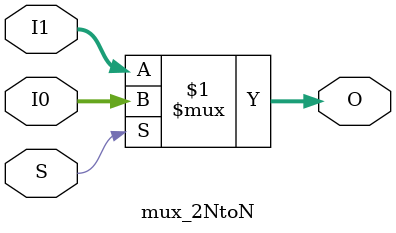
<source format=sv>
/*
MUX 2:1 parametrizable para N bits
*/
module mux_2NtoN
	# (parameter N = 32)
	  (I0, I1, S, O);
	
	input  logic [N-1:0] I0;
	input  logic [N-1:0] I1;
	input  logic 		  S;
	output logic [N-1:0]  O;

	
	assign O = S ? I0 : I1;
	
	
endmodule

</source>
